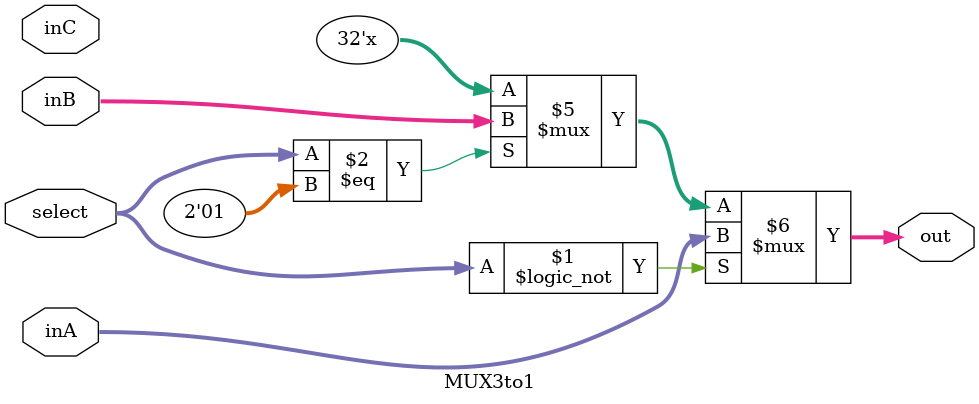
<source format=v>
module MUX3to1 (inA, inB, inC, select, out);

	parameter n = 32;

	input [n-1:0] inA, inB, inC;
	input [1:0] select;

	output [n-1:0] out;

	assign out = (select == 00) ? inA : 
			(select == 01) ? inB : 
			(select == 10) ? inC : 32'bz;

	//initial $monitor("%b %b %b", inA, inB, inC);
endmodule

</source>
